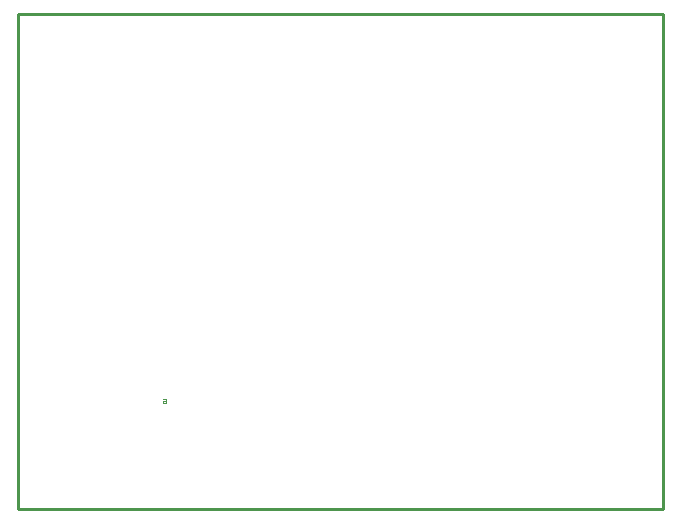
<source format=gm1>
G04*
G04 #@! TF.GenerationSoftware,Altium Limited,Altium Designer,24.7.2 (38)*
G04*
G04 Layer_Color=16711935*
%FSLAX44Y44*%
%MOMM*%
G71*
G04*
G04 #@! TF.SameCoordinates,27BF797F-714E-4A77-BE02-AF934A81444A*
G04*
G04*
G04 #@! TF.FilePolarity,Positive*
G04*
G01*
G75*
%ADD16C,0.2540*%
%ADD119C,0.0500*%
D16*
X-0Y-0D02*
X546100D01*
X-0Y419100D02*
X546100D01*
Y-0D02*
Y419100D01*
X-0Y-0D02*
Y419100D01*
D119*
X122792Y93379D02*
X125291D01*
X125791Y92879D01*
Y91880D01*
X125291Y91380D01*
X122792D01*
X125791Y90380D02*
Y89380D01*
Y89880D01*
X122792D01*
X123292Y90380D01*
M02*

</source>
